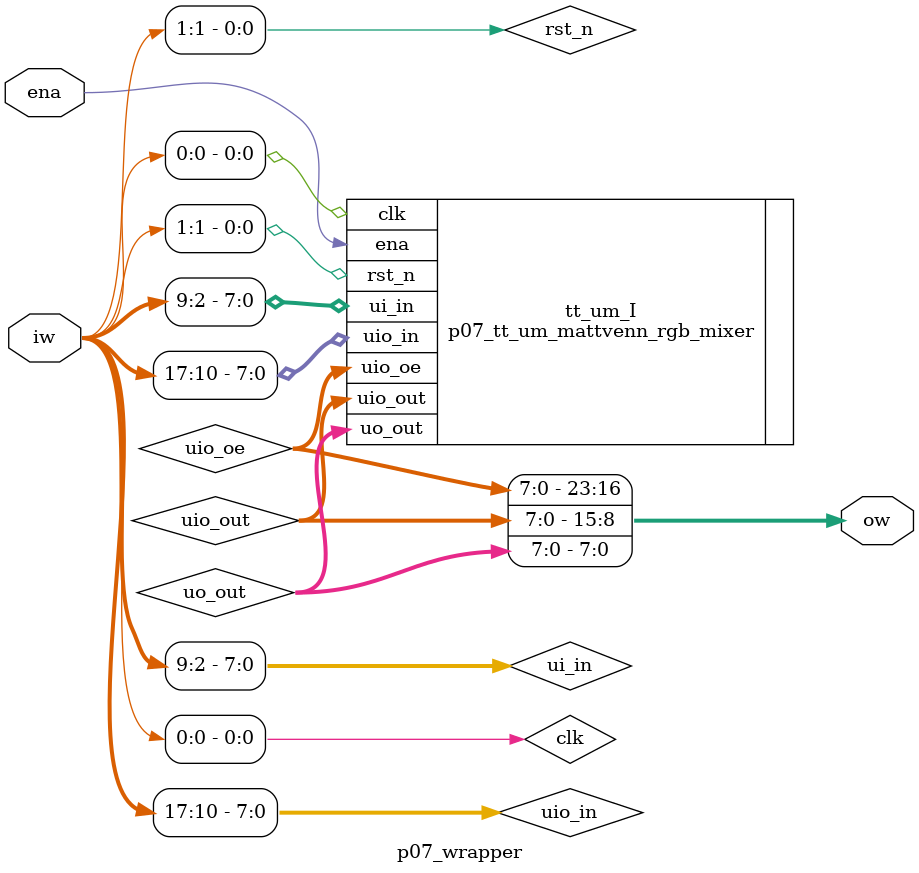
<source format=v>
`default_nettype none

module p07_wrapper (
  input wire ena,
  input wire [17:0] iw,
  output wire [23:0] ow
);

wire [7:0] uio_in;
wire [7:0] uio_out;
wire [7:0] uio_oe;
wire [7:0] uo_out;
wire [7:0] ui_in;
wire clk;
wire rst_n;

assign { uio_in, ui_in, rst_n, clk} = iw;
assign ow = { uio_oe, uio_out, uo_out };

p07_tt_um_mattvenn_rgb_mixer tt_um_I (
  .uio_in  (uio_in),
  .uio_out (uio_out),
  .uio_oe  (uio_oe),
  .uo_out  (uo_out),
  .ui_in   (ui_in),
  .ena     (ena),
  .clk     (clk),
  .rst_n   (rst_n)
);

endmodule

</source>
